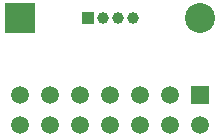
<source format=gbl>
G04*
G04 #@! TF.GenerationSoftware,Altium Limited,Altium Designer,21.1.0 (24)*
G04*
G04 Layer_Physical_Order=2*
G04 Layer_Color=16711680*
%FSAX25Y25*%
%MOIN*%
G70*
G04*
G04 #@! TF.SameCoordinates,8DE96C33-6C33-4761-8EB5-6C28EB0E3A80*
G04*
G04*
G04 #@! TF.FilePolarity,Positive*
G04*
G01*
G75*
%ADD20C,0.10000*%
%ADD21R,0.03937X0.03937*%
%ADD22C,0.03937*%
%ADD23C,0.05906*%
%ADD24R,0.05906X0.05906*%
%ADD25R,0.10000X0.10000*%
D20*
X0030000Y0042500D02*
D03*
D21*
X-0007500D02*
D03*
D22*
X0007500D02*
D03*
X-0002500D02*
D03*
X0002500D02*
D03*
D23*
X0000000Y0017000D02*
D03*
X-0020000D02*
D03*
X0000000Y0007000D02*
D03*
X0020000Y0017000D02*
D03*
X0010000D02*
D03*
X0030000Y0007000D02*
D03*
X0020000D02*
D03*
X0010000D02*
D03*
X-0010000Y0017000D02*
D03*
Y0007000D02*
D03*
X-0020000D02*
D03*
X-0030000Y0017000D02*
D03*
Y0007000D02*
D03*
D24*
X0030000Y0017000D02*
D03*
D25*
X-0030000Y0042500D02*
D03*
M02*

</source>
